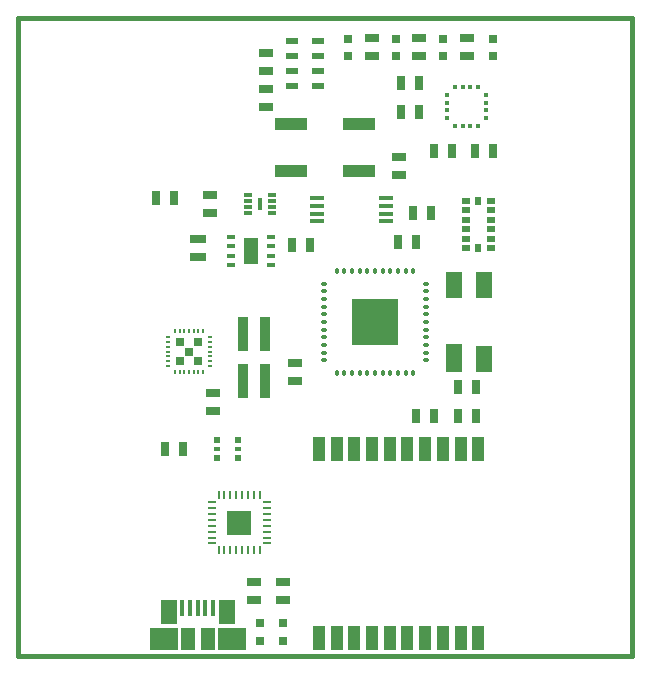
<source format=gtp>
G04 (created by PCBNEW (2013-mar-13)-testing) date Fri 19 Jul 2013 02:37:30 PM PDT*
%MOIN*%
G04 Gerber Fmt 3.4, Leading zero omitted, Abs format*
%FSLAX34Y34*%
G01*
G70*
G90*
G04 APERTURE LIST*
%ADD10C,0.005906*%
%ADD11C,0.015000*%
%ADD12R,0.025000X0.045000*%
%ADD13R,0.045000X0.025000*%
%ADD14R,0.035400X0.118100*%
%ADD15R,0.031400X0.031400*%
%ADD16R,0.027600X0.011800*%
%ADD17R,0.017500X0.040300*%
%ADD18R,0.015701X0.007902*%
%ADD19R,0.007902X0.015701*%
%ADD20R,0.025370X0.025370*%
%ADD21R,0.027370X0.027370*%
%ADD22R,0.043300X0.023600*%
%ADD23R,0.025591X0.015748*%
%ADD24R,0.046614X0.087953*%
%ADD25R,0.031500X0.019700*%
%ADD26R,0.019700X0.031500*%
%ADD27R,0.015700X0.011800*%
%ADD28R,0.011800X0.015700*%
%ADD29R,0.039400X0.078700*%
%ADD30R,0.025197X0.011024*%
%ADD31R,0.011024X0.025197*%
%ADD32R,0.081984X0.081984*%
%ADD33R,0.023600X0.023600*%
%ADD34R,0.023600X0.015700*%
%ADD35O,0.023622X0.012992*%
%ADD36O,0.012992X0.023622*%
%ADD37R,0.155276X0.155276*%
%ADD38R,0.055118X0.027559*%
%ADD39R,0.047200X0.013700*%
%ADD40R,0.017717X0.054331*%
%ADD41R,0.057087X0.082677*%
%ADD42R,0.094488X0.074803*%
%ADD43R,0.045276X0.074803*%
%ADD44R,0.110236X0.039370*%
%ADD45R,0.055118X0.086614*%
%ADD46R,0.055118X0.094488*%
G04 APERTURE END LIST*
G54D10*
G54D11*
X87401Y-31102D02*
X87401Y-52362D01*
X66929Y-31102D02*
X87401Y-31102D01*
X66929Y-52362D02*
X66929Y-31102D01*
X87401Y-52362D02*
X66929Y-52362D01*
G54D12*
X80211Y-44389D03*
X80811Y-44389D03*
G54D13*
X79625Y-36323D03*
X79625Y-35723D03*
X75196Y-32278D03*
X75196Y-32878D03*
G54D12*
X82189Y-44389D03*
X81589Y-44389D03*
X82189Y-43405D03*
X81589Y-43405D03*
G54D13*
X76181Y-43213D03*
X76181Y-42613D03*
X73425Y-43597D03*
X73425Y-44197D03*
G54D12*
X80319Y-34251D03*
X79719Y-34251D03*
G54D13*
X78740Y-31786D03*
X78740Y-32386D03*
X80314Y-31786D03*
X80314Y-32386D03*
X75787Y-49896D03*
X75787Y-50496D03*
G54D12*
X80221Y-38582D03*
X79621Y-38582D03*
X80713Y-37598D03*
X80113Y-37598D03*
X76677Y-38681D03*
X76077Y-38681D03*
G54D13*
X73326Y-37603D03*
X73326Y-37003D03*
G54D12*
X80319Y-33267D03*
X79719Y-33267D03*
G54D13*
X74803Y-49896D03*
X74803Y-50496D03*
G54D12*
X71845Y-45472D03*
X72445Y-45472D03*
G54D14*
X74429Y-41633D03*
X75177Y-41633D03*
X74429Y-43208D03*
X75177Y-43208D03*
G54D15*
X75787Y-51869D03*
X75787Y-51279D03*
X77952Y-32381D03*
X77952Y-31791D03*
X79527Y-32381D03*
X79527Y-31791D03*
X75000Y-51869D03*
X75000Y-51279D03*
G54D16*
X74610Y-37598D03*
X74610Y-37401D03*
X74610Y-37205D03*
X74610Y-37008D03*
X75390Y-37008D03*
X75390Y-37205D03*
X75390Y-37401D03*
X75390Y-37598D03*
G54D17*
X75000Y-37303D03*
G54D18*
X71948Y-41752D03*
X71948Y-41909D03*
X71948Y-42067D03*
X71948Y-42224D03*
X71948Y-42382D03*
X71948Y-42539D03*
X71948Y-42696D03*
G54D19*
X72164Y-42913D03*
X72322Y-42913D03*
X72479Y-42913D03*
X72637Y-42913D03*
X72794Y-42913D03*
X72952Y-42913D03*
X73109Y-42913D03*
G54D18*
X73326Y-41752D03*
X73326Y-41909D03*
X73326Y-42067D03*
X73326Y-42224D03*
X73326Y-42382D03*
X73326Y-42539D03*
X73326Y-42697D03*
G54D19*
X72164Y-41535D03*
X72322Y-41535D03*
X72479Y-41535D03*
X72637Y-41535D03*
X72794Y-41535D03*
X72951Y-41535D03*
X73109Y-41535D03*
G54D20*
X72322Y-41909D03*
X72952Y-41909D03*
G54D21*
X72637Y-42224D03*
G54D20*
X72322Y-42539D03*
X72952Y-42539D03*
G54D22*
X76082Y-31889D03*
X76082Y-32381D03*
X76082Y-32873D03*
X76082Y-33365D03*
X76948Y-31889D03*
X76948Y-32381D03*
X76948Y-32873D03*
X76948Y-33365D03*
G54D23*
X75364Y-38405D03*
X75364Y-38720D03*
X75364Y-39035D03*
X75364Y-39350D03*
X74045Y-39350D03*
X74045Y-39035D03*
X74045Y-38720D03*
X74045Y-38405D03*
G54D24*
X74704Y-38877D03*
G54D25*
X82696Y-37205D03*
X82696Y-37520D03*
X82696Y-37835D03*
X82696Y-38149D03*
X82696Y-38464D03*
X82696Y-38779D03*
X81870Y-37205D03*
X81870Y-37520D03*
X81870Y-37835D03*
X81870Y-38149D03*
X81870Y-38464D03*
X81870Y-38779D03*
G54D26*
X82283Y-37205D03*
X82283Y-38779D03*
G54D27*
X81249Y-34439D03*
X81249Y-33671D03*
X81249Y-33927D03*
X81249Y-34183D03*
X82529Y-34439D03*
X82529Y-34183D03*
X82529Y-33927D03*
X82529Y-33671D03*
G54D28*
X81761Y-33415D03*
X81505Y-33415D03*
X82017Y-33415D03*
X82273Y-33415D03*
X81505Y-34695D03*
X81761Y-34695D03*
X82017Y-34695D03*
X82273Y-34695D03*
G54D29*
X82283Y-45472D03*
X81692Y-45472D03*
X81102Y-45472D03*
X80511Y-45472D03*
X79921Y-45472D03*
X79330Y-45472D03*
X78740Y-45472D03*
X78149Y-45472D03*
X77559Y-45472D03*
X77559Y-51771D03*
X78149Y-51771D03*
X78740Y-51771D03*
X79330Y-51771D03*
X79921Y-51771D03*
X80511Y-51771D03*
X81102Y-51771D03*
X81692Y-51771D03*
X82283Y-51771D03*
X76968Y-45472D03*
X76968Y-51771D03*
G54D30*
X73393Y-47244D03*
X73393Y-47440D03*
X73393Y-47637D03*
X73393Y-47834D03*
X73393Y-48031D03*
X73393Y-48228D03*
X73393Y-48425D03*
X73393Y-48622D03*
G54D31*
X73622Y-48850D03*
X73818Y-48850D03*
X74015Y-48850D03*
X74212Y-48850D03*
X74409Y-48850D03*
X74606Y-48850D03*
X74803Y-48850D03*
X75000Y-48850D03*
G54D30*
X75228Y-48622D03*
X75228Y-48425D03*
X75228Y-48228D03*
X75228Y-48031D03*
X75228Y-47834D03*
X75228Y-47637D03*
X75228Y-47440D03*
X75228Y-47244D03*
G54D31*
X75000Y-47015D03*
X74803Y-47015D03*
X74606Y-47015D03*
X74409Y-47015D03*
X74212Y-47015D03*
X74015Y-47015D03*
X73818Y-47015D03*
X73622Y-47015D03*
G54D32*
X74311Y-47933D03*
G54D33*
X73563Y-45177D03*
X73563Y-45767D03*
X74271Y-45767D03*
X74271Y-45177D03*
G54D34*
X73563Y-45472D03*
X74271Y-45472D03*
G54D35*
X77145Y-39960D03*
X77145Y-40472D03*
X77145Y-40728D03*
X77145Y-40984D03*
X77145Y-41240D03*
X77145Y-41496D03*
X77145Y-41751D03*
X77145Y-42007D03*
X77145Y-42263D03*
X77145Y-42519D03*
G54D36*
X77559Y-42933D03*
X77814Y-42933D03*
X78070Y-42933D03*
X78326Y-42933D03*
X78582Y-42933D03*
X78838Y-42933D03*
X79094Y-42933D03*
X79350Y-42933D03*
X79606Y-42933D03*
X79862Y-42933D03*
X80118Y-42933D03*
G54D35*
X80531Y-42519D03*
X80531Y-42263D03*
X80531Y-42007D03*
X80531Y-41751D03*
X80531Y-41496D03*
X80531Y-41240D03*
X80531Y-40984D03*
X80531Y-40728D03*
X80531Y-40472D03*
X80531Y-40216D03*
X80531Y-39960D03*
G54D36*
X80118Y-39547D03*
X79862Y-39547D03*
X79606Y-39547D03*
X79350Y-39547D03*
X79094Y-39547D03*
X78838Y-39547D03*
X78582Y-39547D03*
X78326Y-39547D03*
X78070Y-39547D03*
X77814Y-39547D03*
X77559Y-39547D03*
G54D37*
X78838Y-41240D03*
G54D35*
X77145Y-40216D03*
G54D38*
X72933Y-38484D03*
X72933Y-39074D03*
G54D15*
X82775Y-32381D03*
X82775Y-31791D03*
X81102Y-32381D03*
X81102Y-31791D03*
G54D12*
X82780Y-35531D03*
X82180Y-35531D03*
X80802Y-35531D03*
X81402Y-35531D03*
G54D13*
X81889Y-32386D03*
X81889Y-31786D03*
G54D39*
X76900Y-37117D03*
X76900Y-37373D03*
X76900Y-37627D03*
X76900Y-37883D03*
X79202Y-37883D03*
X79202Y-37627D03*
X79202Y-37373D03*
X79202Y-37117D03*
G54D13*
X75196Y-34059D03*
X75196Y-33459D03*
G54D12*
X72150Y-37106D03*
X71550Y-37106D03*
G54D40*
X72421Y-50763D03*
X72677Y-50763D03*
X72933Y-50763D03*
X73188Y-50763D03*
X73444Y-50763D03*
G54D41*
X71958Y-50905D03*
X73907Y-50905D03*
G54D42*
X71791Y-51811D03*
X74074Y-51811D03*
G54D43*
X72608Y-51811D03*
X73257Y-51811D03*
G54D44*
X78307Y-36220D03*
X76023Y-36220D03*
X78307Y-34645D03*
X76023Y-34645D03*
G54D45*
X81488Y-40000D03*
X82488Y-40000D03*
X82488Y-42480D03*
G54D46*
X81488Y-42440D03*
M02*

</source>
